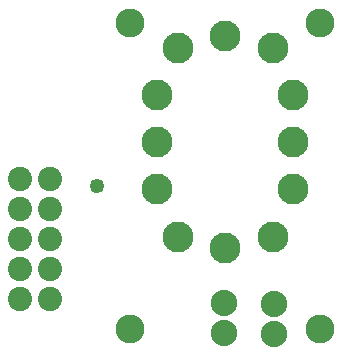
<source format=gbs>
G04 MADE WITH FRITZING*
G04 WWW.FRITZING.ORG*
G04 DOUBLE SIDED*
G04 HOLES PLATED*
G04 CONTOUR ON CENTER OF CONTOUR VECTOR*
%ASAXBY*%
%FSLAX23Y23*%
%MOIN*%
%OFA0B0*%
%SFA1.0B1.0*%
%ADD10C,0.049370*%
%ADD11C,0.096614*%
%ADD12C,0.080889*%
%ADD13C,0.067000*%
%ADD14C,0.103195*%
%ADD15C,0.088000*%
%LNMASK0*%
G90*
G70*
G54D10*
X392Y569D03*
G54D11*
X504Y93D03*
X1137Y1114D03*
X1137Y93D03*
X503Y1114D03*
G54D12*
X137Y193D03*
X237Y193D03*
X137Y293D03*
X237Y293D03*
X137Y393D03*
X237Y393D03*
X137Y493D03*
X237Y493D03*
X137Y593D03*
X237Y593D03*
G54D13*
X137Y193D03*
X237Y193D03*
X137Y293D03*
X237Y293D03*
X137Y393D03*
X237Y393D03*
X137Y493D03*
X237Y493D03*
X137Y593D03*
X237Y593D03*
G54D14*
X978Y401D03*
X1047Y559D03*
X663Y401D03*
X594Y559D03*
X594Y716D03*
X594Y874D03*
X663Y1031D03*
X820Y1071D03*
X978Y1031D03*
X1047Y874D03*
X1047Y716D03*
X820Y362D03*
G54D15*
X984Y75D03*
X984Y175D03*
X984Y75D03*
X984Y175D03*
X815Y79D03*
X815Y179D03*
X815Y79D03*
X815Y179D03*
G04 End of Mask0*
M02*
</source>
